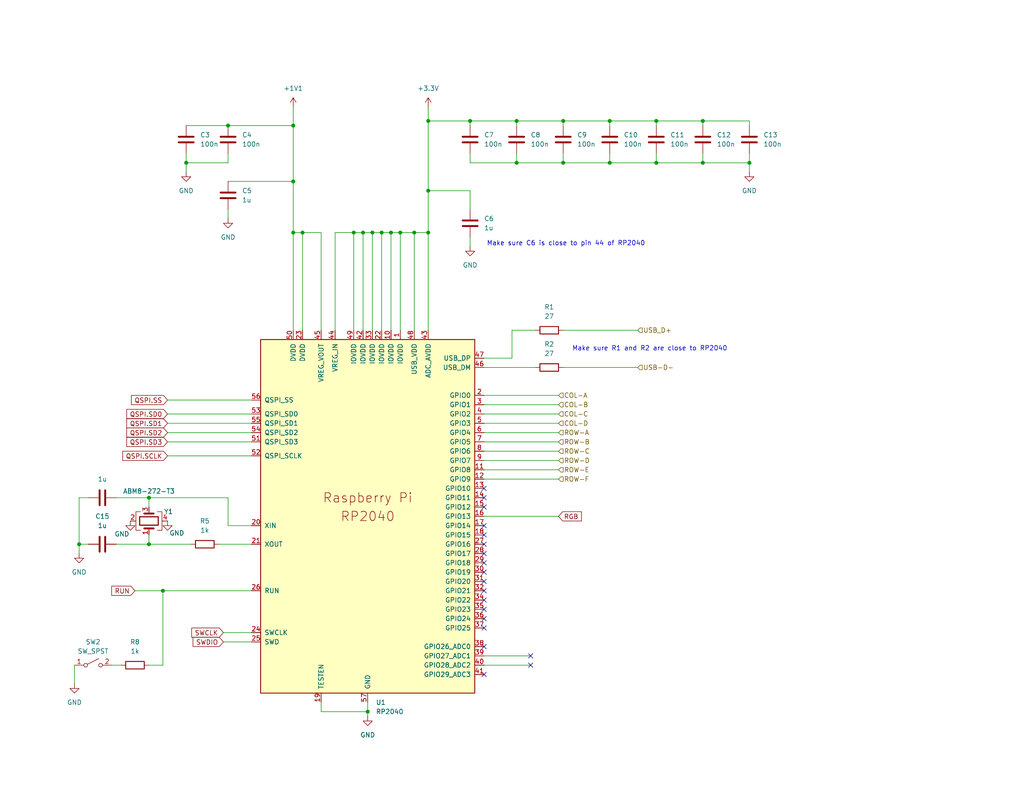
<source format=kicad_sch>
(kicad_sch (version 20231120) (generator "eeschema") (generator_version "8.0")
  (paper "A")
  (title_block (title "Jolt 2 - Left"))
  (lib_symbols
    (symbol "David Brown Keyboard Parts:RP2040" (pin_names (offset 1.016))
      (property "Reference" "U3" (at -27.94 49.53 0))
      (property "Value" "RP2040" (at 24.13 -50.8 0))
      (symbol "RP2040_0_0"
        (text "Raspberry Pi" (at 0 5.08 0) (effects (font (size 2.54 2.54))))
        (text "RP2040" (at 0 0 0) (effects (font (size 2.54 2.54))))
      )
      (symbol "RP2040_0_1"
        (rectangle (start 29.21 48.26) (end -29.21 -48.26) (stroke (width 0.254)) (fill (type background)))
      )
      (symbol "RP2040_1_1"
        (pin power_in line (at 8.89 50.8 270) (length 2.54) (name "IOVDD") (number "1"))
        (pin power_in line (at 6.35 50.8 270) (length 2.54) (name "IOVDD") (number "10"))
        (pin bidirectional line (at 31.75 12.7 180) (length 2.54) (name "GPIO8") (number "11"))
        (pin bidirectional line (at 31.75 10.16 180) (length 2.54) (name "GPIO9") (number "12"))
        (pin bidirectional line (at 31.75 7.62 180) (length 2.54) (name "GPIO10") (number "13"))
        (pin bidirectional line (at 31.75 5.08 180) (length 2.54) (name "GPIO11") (number "14"))
        (pin bidirectional line (at 31.75 2.54 180) (length 2.54) (name "GPIO12") (number "15"))
        (pin bidirectional line (at 31.75 0 180) (length 2.54) (name "GPIO13") (number "16"))
        (pin bidirectional line (at 31.75 -2.54 180) (length 2.54) (name "GPIO14") (number "17"))
        (pin bidirectional line (at 31.75 -5.08 180) (length 2.54) (name "GPIO15") (number "18"))
        (pin passive line (at -12.7 -50.8 90) (length 2.54) (name "TESTEN") (number "19"))
        (pin bidirectional line (at 31.75 33.02 180) (length 2.54) (name "GPIO0") (number "2"))
        (pin input line (at -31.75 -2.54 0) (length 2.54) (name "XIN") (number "20"))
        (pin passive line (at -31.75 -7.62 0) (length 2.54) (name "XOUT") (number "21"))
        (pin power_in line (at 3.81 50.8 270) (length 2.54) (name "IOVDD") (number "22"))
        (pin power_in line (at -17.78 50.8 270) (length 2.54) (name "DVDD") (number "23"))
        (pin input line (at -31.75 -31.75 0) (length 2.54) (name "SWCLK") (number "24"))
        (pin bidirectional line (at -31.75 -34.29 0) (length 2.54) (name "SWD") (number "25"))
        (pin input line (at -31.75 -20.32 0) (length 2.54) (name "RUN") (number "26"))
        (pin bidirectional line (at 31.75 -7.62 180) (length 2.54) (name "GPIO16") (number "27"))
        (pin bidirectional line (at 31.75 -10.16 180) (length 2.54) (name "GPIO17") (number "28"))
        (pin bidirectional line (at 31.75 -12.7 180) (length 2.54) (name "GPIO18") (number "29"))
        (pin bidirectional line (at 31.75 30.48 180) (length 2.54) (name "GPIO1") (number "3"))
        (pin bidirectional line (at 31.75 -15.24 180) (length 2.54) (name "GPIO19") (number "30"))
        (pin bidirectional line (at 31.75 -17.78 180) (length 2.54) (name "GPIO20") (number "31"))
        (pin bidirectional line (at 31.75 -20.32 180) (length 2.54) (name "GPIO21") (number "32"))
        (pin power_in line (at 1.27 50.8 270) (length 2.54) (name "IOVDD") (number "33"))
        (pin bidirectional line (at 31.75 -22.86 180) (length 2.54) (name "GPIO22") (number "34"))
        (pin bidirectional line (at 31.75 -25.4 180) (length 2.54) (name "GPIO23") (number "35"))
        (pin bidirectional line (at 31.75 -27.94 180) (length 2.54) (name "GPIO24") (number "36"))
        (pin bidirectional line (at 31.75 -30.48 180) (length 2.54) (name "GPIO25") (number "37"))
        (pin bidirectional line (at 31.75 -35.56 180) (length 2.54) (name "GPIO26_ADC0") (number "38"))
        (pin bidirectional line (at 31.75 -38.1 180) (length 2.54) (name "GPIO27_ADC1") (number "39"))
        (pin bidirectional line (at 31.75 27.94 180) (length 2.54) (name "GPIO2") (number "4"))
        (pin bidirectional line (at 31.75 -40.64 180) (length 2.54) (name "GPIO28_ADC2") (number "40"))
        (pin bidirectional line (at 31.75 -43.18 180) (length 2.54) (name "GPIO29_ADC3") (number "41"))
        (pin power_in line (at -1.27 50.8 270) (length 2.54) (name "IOVDD") (number "42"))
        (pin power_in line (at 16.51 50.8 270) (length 2.54) (name "ADC_AVDD") (number "43"))
        (pin power_in line (at -8.89 50.8 270) (length 2.54) (name "VREG_IN") (number "44"))
        (pin power_out line (at -12.7 50.8 270) (length 2.54) (name "VREG_VOUT") (number "45"))
        (pin bidirectional line (at 31.75 40.64 180) (length 2.54) (name "USB_DM") (number "46"))
        (pin bidirectional line (at 31.75 43.18 180) (length 2.54) (name "USB_DP") (number "47"))
        (pin power_in line (at 12.7 50.8 270) (length 2.54) (name "USB_VDD") (number "48"))
        (pin power_in line (at -3.81 50.8 270) (length 2.54) (name "IOVDD") (number "49"))
        (pin bidirectional line (at 31.75 25.4 180) (length 2.54) (name "GPIO3") (number "5"))
        (pin power_in line (at -20.32 50.8 270) (length 2.54) (name "DVDD") (number "50"))
        (pin bidirectional line (at -31.75 20.32 0) (length 2.54) (name "QSPI_SD3") (number "51"))
        (pin output line (at -31.75 16.51 0) (length 2.54) (name "QSPI_SCLK") (number "52"))
        (pin bidirectional line (at -31.75 27.94 0) (length 2.54) (name "QSPI_SD0") (number "53"))
        (pin bidirectional line (at -31.75 22.86 0) (length 2.54) (name "QSPI_SD2") (number "54"))
        (pin bidirectional line (at -31.75 25.4 0) (length 2.54) (name "QSPI_SD1") (number "55"))
        (pin bidirectional line (at -31.75 31.75 0) (length 2.54) (name "QSPI_SS") (number "56"))
        (pin power_in line (at 0 -50.8 90) (length 2.54) (name "GND") (number "57"))
        (pin bidirectional line (at 31.75 22.86 180) (length 2.54) (name "GPIO4") (number "6"))
        (pin bidirectional line (at 31.75 20.32 180) (length 2.54) (name "GPIO5") (number "7"))
        (pin bidirectional line (at 31.75 17.78 180) (length 2.54) (name "GPIO6") (number "8"))
        (pin bidirectional line (at 31.75 15.24 180) (length 2.54) (name "GPIO7") (number "9"))
      )
    )
    (symbol "Device:C" (pin_numbers hide) (pin_names (offset 0.254))
      (property "Reference" "C" (at 0.635 2.54 0))
      (property "Value" "C" (at 0.635 -2.54 0))
      (symbol "C_0_1"
        (polyline (pts (xy -2.032 -0.762) (xy 2.032 -0.762)) (stroke (width 0.508)))
        (polyline (pts (xy -2.032 0.762) (xy 2.032 0.762)) (stroke (width 0.508)))
      )
      (symbol "C_1_1"
        (pin passive line (at 0 3.81 270) (length 2.794) (name "~") (number "1"))
        (pin passive line (at 0 -3.81 90) (length 2.794) (name "~") (number "2"))
      )
    )
    (symbol "Device:Crystal_GND24" (pin_names (offset 1.016) hide)
      (property "Reference" "Y" (at 3.175 5.08 0))
      (property "Value" "Crystal_GND24" (at 3.175 3.175 0))
      (symbol "Crystal_GND24_0_1"
        (rectangle (start -1.143 2.54) (end 1.143 -2.54) (stroke (width 0.3048)))
        (polyline (pts (xy -2.54 0) (xy -2.032 0)))
        (polyline (pts (xy -2.032 -1.27) (xy -2.032 1.27)) (stroke (width 0.508)))
        (polyline (pts (xy 0 -3.81) (xy 0 -3.556)))
        (polyline (pts (xy 0 3.556) (xy 0 3.81)))
        (polyline (pts (xy 2.032 -1.27) (xy 2.032 1.27)) (stroke (width 0.508)))
        (polyline (pts (xy 2.032 0) (xy 2.54 0)))
        (polyline (pts (xy -2.54 -2.286) (xy -2.54 -3.556) (xy 2.54 -3.556) (xy 2.54 -2.286)))
        (polyline (pts (xy -2.54 2.286) (xy -2.54 3.556) (xy 2.54 3.556) (xy 2.54 2.286)))
      )
      (symbol "Crystal_GND24_1_1"
        (pin passive line (at -3.81 0 0) (length 1.27) (name "1") (number "1"))
        (pin passive line (at 0 5.08 270) (length 1.27) (name "2") (number "2"))
        (pin passive line (at 3.81 0 180) (length 1.27) (name "3") (number "3"))
        (pin passive line (at 0 -5.08 90) (length 1.27) (name "4") (number "4"))
      )
    )
    (symbol "Device:R" (pin_numbers hide) (pin_names (offset 0))
      (property "Reference" "R" (at 2.032 0 90))
      (property "Value" "R" (at 0 0 90))
      (symbol "R_0_1"
        (rectangle (start -1.016 -2.54) (end 1.016 2.54) (stroke (width 0.254)))
      )
      (symbol "R_1_1"
        (pin passive line (at 0 3.81 270) (length 1.27) (name "~") (number "1"))
        (pin passive line (at 0 -3.81 90) (length 1.27) (name "~") (number "2"))
      )
    )
    (symbol "Switch:SW_SPST" (pin_names (offset 0) hide)
      (property "Reference" "SW" (at 0 3.175 0))
      (property "Value" "SW_SPST" (at 0 -2.54 0))
      (symbol "SW_SPST_0_0"
        (circle (center -2.032 0) (radius 0.508))
        (polyline (pts (xy -1.524 0.254) (xy 1.524 1.778)))
        (circle (center 2.032 0) (radius 0.508))
      )
      (symbol "SW_SPST_1_1"
        (pin passive line (at -5.08 0 0) (length 2.54) (name "A") (number "1"))
        (pin passive line (at 5.08 0 180) (length 2.54) (name "B") (number "2"))
      )
    )
    (symbol "power:+1V1" (power) (pin_numbers hide) (pin_names (offset 0) hide)
      (property "Value" "+1V1" (at 0 3.556 0))
      (symbol "+1V1_0_1"
        (polyline (pts (xy -0.762 1.27) (xy 0 2.54)))
        (polyline (pts (xy 0 0) (xy 0 2.54)))
        (polyline (pts (xy 0 2.54) (xy 0.762 1.27)))
      )
      (symbol "+1V1_1_1"
        (pin power_in line (at 0 0 90) (length 0) (name "~") (number "1"))
      )
    )
    (symbol "power:+3.3V" (power) (pin_numbers hide) (pin_names (offset 0) hide)
      (property "Value" "+3.3V" (at 0 3.556 0))
      (symbol "+3.3V_0_1"
        (polyline (pts (xy -0.762 1.27) (xy 0 2.54)))
        (polyline (pts (xy 0 0) (xy 0 2.54)))
        (polyline (pts (xy 0 2.54) (xy 0.762 1.27)))
      )
      (symbol "+3.3V_1_1"
        (pin power_in line (at 0 0 90) (length 0) (name "~") (number "1"))
      )
    )
    (symbol "power:GND" (power) (pin_numbers hide) (pin_names (offset 0) hide)
      (property "Value" "GND" (at 0 -3.81 0))
      (symbol "GND_0_1"
        (polyline (pts (xy 0 0) (xy 0 -1.27) (xy 1.27 -1.27) (xy 0 -2.54) (xy -1.27 -1.27) (xy 0 -1.27)))
      )
      (symbol "GND_1_1"
        (pin power_in line (at 0 0 270) (length 0) (name "~") (number "1"))
      )
    )
  )
  (junction (at 166.37 44.45))
  (junction (at 101.6 63.5))
  (junction (at 116.84 63.5))
  (junction (at 99.06 63.5))
  (junction (at 204.47 44.45))
  (junction (at 153.67 44.45))
  (junction (at 40.64 148.59))
  (junction (at 179.07 33.02))
  (junction (at 80.01 63.5))
  (junction (at 109.22 63.5))
  (junction (at 104.14 63.5))
  (junction (at 106.68 63.5))
  (junction (at 116.84 33.02))
  (junction (at 21.59 148.59))
  (junction (at 50.8 44.45))
  (junction (at 96.52 63.5))
  (junction (at 100.33 194.31))
  (junction (at 80.01 34.29))
  (junction (at 179.07 44.45))
  (junction (at 191.77 44.45))
  (junction (at 116.84 52.07))
  (junction (at 153.67 33.02))
  (junction (at 80.01 49.53))
  (junction (at 113.03 63.5))
  (junction (at 40.64 135.89))
  (junction (at 166.37 33.02))
  (junction (at 44.45 161.29))
  (junction (at 128.27 33.02))
  (junction (at 82.55 63.5))
  (junction (at 140.97 33.02))
  (junction (at 140.97 44.45))
  (junction (at 191.77 33.02))
  (junction (at 62.23 34.29))
  (no_connect (at 144.78 179.07))
  (no_connect (at 132.08 161.29))
  (no_connect (at 132.08 146.05))
  (no_connect (at 132.08 166.37))
  (no_connect (at 132.08 151.13))
  (no_connect (at 132.08 143.51))
  (no_connect (at 144.78 181.61))
  (no_connect (at 132.08 163.83))
  (no_connect (at 132.08 158.75))
  (no_connect (at 132.08 133.35))
  (no_connect (at 132.08 168.91))
  (no_connect (at 132.08 171.45))
  (no_connect (at 132.08 135.89))
  (no_connect (at 132.08 176.53))
  (no_connect (at 132.08 156.21))
  (no_connect (at 132.08 184.15))
  (no_connect (at 132.08 138.43))
  (no_connect (at 132.08 148.59))
  (no_connect (at 132.08 153.67))
  (wire (pts (xy 109.22 63.5) (xy 113.03 63.5)))
  (wire (pts (xy 179.07 44.45) (xy 191.77 44.45)))
  (wire (pts (xy 132.08 125.73) (xy 152.4 125.73)))
  (wire (pts (xy 50.8 44.45) (xy 50.8 46.99)))
  (wire (pts (xy 87.63 191.77) (xy 87.63 194.31)))
  (wire (pts (xy 132.08 100.33) (xy 146.05 100.33)))
  (wire (pts (xy 40.64 135.89) (xy 40.64 138.43)))
  (wire (pts (xy 113.03 90.17) (xy 113.03 63.5)))
  (wire (pts (xy 80.01 49.53) (xy 80.01 63.5)))
  (wire (pts (xy 132.08 115.57) (xy 152.4 115.57)))
  (wire (pts (xy 179.07 33.02) (xy 179.07 34.29)))
  (wire (pts (xy 80.01 29.21) (xy 80.01 34.29)))
  (wire (pts (xy 62.23 143.51) (xy 68.58 143.51)))
  (wire (pts (xy 128.27 44.45) (xy 140.97 44.45)))
  (wire (pts (xy 191.77 44.45) (xy 204.47 44.45)))
  (wire (pts (xy 62.23 44.45) (xy 50.8 44.45)))
  (wire (pts (xy 20.32 181.61) (xy 20.32 186.69)))
  (wire (pts (xy 140.97 41.91) (xy 140.97 44.45)))
  (wire (pts (xy 132.08 113.03) (xy 152.4 113.03)))
  (wire (pts (xy 166.37 41.91) (xy 166.37 44.45)))
  (wire (pts (xy 132.08 97.79) (xy 139.7 97.79)))
  (wire (pts (xy 113.03 63.5) (xy 116.84 63.5)))
  (wire (pts (xy 99.06 63.5) (xy 99.06 90.17)))
  (wire (pts (xy 204.47 44.45) (xy 204.47 46.99)))
  (wire (pts (xy 128.27 57.15) (xy 128.27 52.07)))
  (wire (pts (xy 116.84 52.07) (xy 116.84 63.5)))
  (wire (pts (xy 45.72 113.03) (xy 68.58 113.03)))
  (wire (pts (xy 153.67 90.17) (xy 173.99 90.17)))
  (wire (pts (xy 101.6 63.5) (xy 101.6 90.17)))
  (wire (pts (xy 153.67 33.02) (xy 153.67 34.29)))
  (wire (pts (xy 87.63 90.17) (xy 87.63 63.5)))
  (wire (pts (xy 91.44 90.17) (xy 91.44 63.5)))
  (wire (pts (xy 166.37 44.45) (xy 179.07 44.45)))
  (wire (pts (xy 40.64 135.89) (xy 62.23 135.89)))
  (wire (pts (xy 44.45 161.29) (xy 68.58 161.29)))
  (wire (pts (xy 132.08 130.81) (xy 152.4 130.81)))
  (wire (pts (xy 132.08 181.61) (xy 144.78 181.61)))
  (wire (pts (xy 132.08 107.95) (xy 152.4 107.95)))
  (wire (pts (xy 31.75 148.59) (xy 40.64 148.59)))
  (wire (pts (xy 62.23 57.15) (xy 62.23 59.69)))
  (wire (pts (xy 116.84 33.02) (xy 128.27 33.02)))
  (wire (pts (xy 62.23 135.89) (xy 62.23 143.51)))
  (wire (pts (xy 21.59 148.59) (xy 21.59 135.89)))
  (wire (pts (xy 140.97 33.02) (xy 140.97 34.29)))
  (wire (pts (xy 45.72 120.65) (xy 68.58 120.65)))
  (wire (pts (xy 139.7 97.79) (xy 139.7 90.17)))
  (wire (pts (xy 132.08 110.49) (xy 152.4 110.49)))
  (wire (pts (xy 50.8 41.91) (xy 50.8 44.45)))
  (wire (pts (xy 21.59 151.13) (xy 21.59 148.59)))
  (wire (pts (xy 101.6 63.5) (xy 104.14 63.5)))
  (wire (pts (xy 21.59 148.59) (xy 24.13 148.59)))
  (wire (pts (xy 153.67 100.33) (xy 173.99 100.33)))
  (wire (pts (xy 191.77 41.91) (xy 191.77 44.45)))
  (wire (pts (xy 87.63 63.5) (xy 82.55 63.5)))
  (wire (pts (xy 60.96 175.26) (xy 68.58 175.26)))
  (wire (pts (xy 109.22 90.17) (xy 109.22 63.5)))
  (wire (pts (xy 96.52 90.17) (xy 96.52 63.5)))
  (wire (pts (xy 45.72 118.11) (xy 68.58 118.11)))
  (wire (pts (xy 36.83 161.29) (xy 44.45 161.29)))
  (wire (pts (xy 62.23 49.53) (xy 80.01 49.53)))
  (wire (pts (xy 40.64 148.59) (xy 52.07 148.59)))
  (wire (pts (xy 106.68 63.5) (xy 109.22 63.5)))
  (wire (pts (xy 91.44 63.5) (xy 96.52 63.5)))
  (wire (pts (xy 96.52 63.5) (xy 99.06 63.5)))
  (wire (pts (xy 80.01 63.5) (xy 80.01 90.17)))
  (wire (pts (xy 139.7 90.17) (xy 146.05 90.17)))
  (wire (pts (xy 100.33 194.31) (xy 100.33 195.58)))
  (wire (pts (xy 116.84 29.21) (xy 116.84 33.02)))
  (wire (pts (xy 153.67 44.45) (xy 166.37 44.45)))
  (wire (pts (xy 50.8 34.29) (xy 62.23 34.29)))
  (wire (pts (xy 153.67 41.91) (xy 153.67 44.45)))
  (wire (pts (xy 132.08 128.27) (xy 152.4 128.27)))
  (wire (pts (xy 153.67 33.02) (xy 166.37 33.02)))
  (wire (pts (xy 128.27 64.77) (xy 128.27 67.31)))
  (wire (pts (xy 132.08 123.19) (xy 152.4 123.19)))
  (wire (pts (xy 45.72 115.57) (xy 68.58 115.57)))
  (wire (pts (xy 31.75 135.89) (xy 40.64 135.89)))
  (wire (pts (xy 59.69 148.59) (xy 68.58 148.59)))
  (wire (pts (xy 60.96 172.72) (xy 68.58 172.72)))
  (wire (pts (xy 106.68 63.5) (xy 106.68 90.17)))
  (wire (pts (xy 128.27 52.07) (xy 116.84 52.07)))
  (wire (pts (xy 128.27 33.02) (xy 140.97 33.02)))
  (wire (pts (xy 44.45 181.61) (xy 44.45 161.29)))
  (wire (pts (xy 132.08 120.65) (xy 152.4 120.65)))
  (wire (pts (xy 104.14 63.5) (xy 106.68 63.5)))
  (wire (pts (xy 204.47 33.02) (xy 204.47 34.29)))
  (wire (pts (xy 82.55 63.5) (xy 80.01 63.5)))
  (wire (pts (xy 82.55 90.17) (xy 82.55 63.5)))
  (wire (pts (xy 132.08 118.11) (xy 152.4 118.11)))
  (wire (pts (xy 191.77 33.02) (xy 191.77 34.29)))
  (wire (pts (xy 191.77 33.02) (xy 204.47 33.02)))
  (wire (pts (xy 116.84 33.02) (xy 116.84 52.07)))
  (wire (pts (xy 80.01 34.29) (xy 80.01 49.53)))
  (wire (pts (xy 30.48 181.61) (xy 33.02 181.61)))
  (wire (pts (xy 140.97 33.02) (xy 153.67 33.02)))
  (wire (pts (xy 99.06 63.5) (xy 101.6 63.5)))
  (wire (pts (xy 45.72 109.22) (xy 68.58 109.22)))
  (wire (pts (xy 179.07 41.91) (xy 179.07 44.45)))
  (wire (pts (xy 62.23 41.91) (xy 62.23 44.45)))
  (wire (pts (xy 204.47 41.91) (xy 204.47 44.45)))
  (wire (pts (xy 179.07 33.02) (xy 191.77 33.02)))
  (wire (pts (xy 104.14 63.5) (xy 104.14 90.17)))
  (wire (pts (xy 116.84 63.5) (xy 116.84 90.17)))
  (wire (pts (xy 128.27 33.02) (xy 128.27 34.29)))
  (wire (pts (xy 100.33 191.77) (xy 100.33 194.31)))
  (wire (pts (xy 21.59 135.89) (xy 24.13 135.89)))
  (wire (pts (xy 80.01 34.29) (xy 62.23 34.29)))
  (wire (pts (xy 45.72 124.46) (xy 68.58 124.46)))
  (wire (pts (xy 40.64 146.05) (xy 40.64 148.59)))
  (wire (pts (xy 87.63 194.31) (xy 100.33 194.31)))
  (wire (pts (xy 40.64 181.61) (xy 44.45 181.61)))
  (wire (pts (xy 166.37 33.02) (xy 179.07 33.02)))
  (wire (pts (xy 140.97 44.45) (xy 153.67 44.45)))
  (wire (pts (xy 128.27 41.91) (xy 128.27 44.45)))
  (wire (pts (xy 132.08 179.07) (xy 144.78 179.07)))
  (wire (pts (xy 132.08 140.97) (xy 152.4 140.97)))
  (wire (pts (xy 166.37 33.02) (xy 166.37 34.29)))
  (text "Make sure R1 and R2 are close to RP2040" (at 177.292 95.25 0) (effects (font (size 1.27 1.27))))
  (text "Make sure C6 is close to pin 44 of RP2040" (at 154.432 66.548 0) (effects (font (size 1.27 1.27))))
  (global_label "QSPI.SD0" (shape input) (at 45.72 113.03 180) (property "Intersheetrefs" "${INTERSHEET_REFS}" (effects (hide yes))))
  (global_label "QSPI.SD3" (shape input) (at 45.72 120.65 180) (property "Intersheetrefs" "${INTERSHEET_REFS}" (effects (hide yes))))
  (global_label "SWDIO" (shape input) (at 60.96 175.26 180) (property "Intersheetrefs" "${INTERSHEET_REFS}" (effects (hide yes))))
  (global_label "QSPI.SS" (shape input) (at 45.72 109.22 180) (property "Intersheetrefs" "${INTERSHEET_REFS}" (effects (hide yes))))
  (global_label "RGB" (shape input) (at 152.4 140.97 0) (property "Intersheetrefs" "${INTERSHEET_REFS}" (effects (hide yes))))
  (global_label "SWCLK" (shape input) (at 60.96 172.72 180) (property "Intersheetrefs" "${INTERSHEET_REFS}" (effects (hide yes))))
  (global_label "QSPI.SD2" (shape input) (at 45.72 118.11 180) (property "Intersheetrefs" "${INTERSHEET_REFS}" (effects (hide yes))))
  (global_label "QSPI.SD1" (shape input) (at 45.72 115.57 180) (property "Intersheetrefs" "${INTERSHEET_REFS}" (effects (hide yes))))
  (global_label "QSPI.SCLK" (shape input) (at 45.72 124.46 180) (property "Intersheetrefs" "${INTERSHEET_REFS}" (effects (hide yes))))
  (global_label "RUN" (shape input) (at 36.83 161.29 180) (property "Intersheetrefs" "${INTERSHEET_REFS}" (effects (hide yes))))
  (hierarchical_label "USB-D-" (shape input) (at 173.99 100.33 0))
  (hierarchical_label "ROW-F" (shape input) (at 152.4 130.81 0))
  (hierarchical_label "ROW-E" (shape input) (at 152.4 128.27 0))
  (hierarchical_label "ROW-C" (shape input) (at 152.4 123.19 0))
  (hierarchical_label "ROW-D" (shape input) (at 152.4 125.73 0))
  (hierarchical_label "COL-C" (shape input) (at 152.4 113.03 0))
  (hierarchical_label "COL-B" (shape input) (at 152.4 110.49 0))
  (hierarchical_label "ROW-B" (shape input) (at 152.4 120.65 0))
  (hierarchical_label "COL-A" (shape input) (at 152.4 107.95 0))
  (hierarchical_label "ROW-A" (shape input) (at 152.4 118.11 0))
  (hierarchical_label "COL-D" (shape input) (at 152.4 115.57 0))
  (hierarchical_label "USB_D+" (shape input) (at 173.99 90.17 0))
  (symbol (lib_id "Device:C") (at 153.67 38.1 0) (unit 1)
    (property "Reference" "C9" (at 157.48 36.8299 0) (effects (justify left)))
    (property "Value" "100n" (at 157.48 39.3699 0) (effects (justify left)))
    (property "Footprint" "Capacitor_SMD:C_0603_1608Metric" (effects (hide yes)))
    (property "Description" "Unpolarized capacitor" (effects (hide yes)))
  )
  (symbol (lib_id "power:GND") (at 20.32 186.69 0) (unit 1)
    (property "Reference" "#PWR022" (effects (hide yes)))
    (property "Value" "GND" (at 20.32 191.77 0))
    (property "Description" "Power symbol creates a global label with name \"GND\" , ground" (effects (hide yes)))
  )
  (symbol (lib_id "Device:C") (at 62.23 38.1 0) (unit 1)
    (property "Reference" "C4" (at 66.04 36.8299 0) (effects (justify left)))
    (property "Value" "100n" (at 66.04 39.3699 0) (effects (justify left)))
    (property "Footprint" "Capacitor_SMD:C_0603_1608Metric" (effects (hide yes)))
    (property "Description" "Unpolarized capacitor" (effects (hide yes)))
  )
  (symbol (lib_id "Device:C") (at 62.23 53.34 0) (unit 1)
    (property "Reference" "C5" (at 66.04 52.0699 0) (effects (justify left)))
    (property "Value" "1u" (at 66.04 54.6099 0) (effects (justify left)))
    (property "Footprint" "Capacitor_SMD:C_0603_1608Metric" (effects (hide yes)))
    (property "Description" "Unpolarized capacitor" (effects (hide yes)))
  )
  (symbol (lib_id "Device:C") (at 128.27 38.1 0) (unit 1)
    (property "Reference" "C7" (at 132.08 36.8299 0) (effects (justify left)))
    (property "Value" "100n" (at 132.08 39.3699 0) (effects (justify left)))
    (property "Footprint" "Capacitor_SMD:C_0603_1608Metric" (effects (hide yes)))
    (property "Description" "Unpolarized capacitor" (effects (hide yes)))
  )
  (symbol (lib_id "Switch:SW_SPST") (at 25.4 181.61 0) (unit 1)
    (property "Reference" "SW2" (at 25.4 175.26 0))
    (property "Value" "SW_SPST" (at 25.4 177.8 0))
    (property "Footprint" "Button_Switch_SMD:SW_Push_1P1T_NO_CK_KMR2" (effects (hide yes)))
    (property "Description" "Single Pole Single Throw (SPST) switch" (effects (hide yes)))
  )
  (symbol (lib_id "Device:C") (at 50.8 38.1 0) (unit 1)
    (property "Reference" "C3" (at 54.61 36.8299 0) (effects (justify left)))
    (property "Value" "100n" (at 54.61 39.3699 0) (effects (justify left)))
    (property "Footprint" "Capacitor_SMD:C_0603_1608Metric" (effects (hide yes)))
    (property "Description" "Unpolarized capacitor" (effects (hide yes)))
  )
  (symbol (lib_id "power:GND") (at 100.33 195.58 0) (unit 1)
    (property "Reference" "#PWR021" (effects (hide yes)))
    (property "Value" "GND" (at 100.33 200.66 0))
    (property "Description" "Power symbol creates a global label with name \"GND\" , ground" (effects (hide yes)))
  )
  (symbol (lib_id "David Brown Keyboard Parts:RP2040") (at 100.33 140.97 0) (unit 1)
    (property "Reference" "U1" (at 102.5241 191.77 0) (effects (justify left)))
    (property "Value" "RP2040" (at 102.5241 194.31 0) (effects (justify left)))
    (property "Footprint" "davidb-keyboard-foot:RP2040-QFN-56" (effects (hide yes)))
  )
  (symbol (lib_id "Device:R") (at 149.86 100.33 90) (unit 1)
    (property "Reference" "R2" (at 149.86 93.98 90))
    (property "Value" "27" (at 149.86 96.52 90))
    (property "Footprint" "Resistor_SMD:R_0603_1608Metric" (effects (hide yes)))
    (property "Description" "Resistor" (effects (hide yes)))
  )
  (symbol (lib_id "Device:C") (at 179.07 38.1 0) (unit 1)
    (property "Reference" "C11" (at 182.88 36.8299 0) (effects (justify left)))
    (property "Value" "100n" (at 182.88 39.3699 0) (effects (justify left)))
    (property "Footprint" "Capacitor_SMD:C_0603_1608Metric" (effects (hide yes)))
    (property "Description" "Unpolarized capacitor" (effects (hide yes)))
  )
  (symbol (lib_id "Device:C") (at 27.94 135.89 90) (unit 1)
    (property "Reference" "C14" (effects (hide yes)))
    (property "Value" "1u" (at 27.94 130.81 90))
    (property "Footprint" "Capacitor_SMD:C_0603_1608Metric" (effects (hide yes)))
    (property "Description" "Unpolarized capacitor" (effects (hide yes)))
  )
  (symbol (lib_id "power:GND") (at 21.59 151.13 0) (unit 1)
    (property "Reference" "#PWR013" (effects (hide yes)))
    (property "Value" "GND" (at 21.59 156.21 0))
    (property "Description" "Power symbol creates a global label with name \"GND\" , ground" (effects (hide yes)))
  )
  (symbol (lib_id "Device:C") (at 128.27 60.96 0) (unit 1)
    (property "Reference" "C6" (at 132.08 59.6899 0) (effects (justify left)))
    (property "Value" "1u" (at 132.08 62.2299 0) (effects (justify left)))
    (property "Footprint" "Capacitor_SMD:C_0603_1608Metric" (effects (hide yes)))
    (property "Description" "Unpolarized capacitor" (effects (hide yes)))
  )
  (symbol (lib_id "power:GND") (at 50.8 46.99 0) (unit 1)
    (property "Reference" "#PWR09" (effects (hide yes)))
    (property "Value" "GND" (at 50.8 52.07 0))
    (property "Description" "Power symbol creates a global label with name \"GND\" , ground" (effects (hide yes)))
  )
  (symbol (lib_id "Device:C") (at 204.47 38.1 0) (unit 1)
    (property "Reference" "C13" (at 208.28 36.8299 0) (effects (justify left)))
    (property "Value" "100n" (at 208.28 39.3699 0) (effects (justify left)))
    (property "Footprint" "Capacitor_SMD:C_0603_1608Metric" (effects (hide yes)))
    (property "Description" "Unpolarized capacitor" (effects (hide yes)))
  )
  (symbol (lib_id "Device:C") (at 166.37 38.1 0) (unit 1)
    (property "Reference" "C10" (at 170.18 36.8299 0) (effects (justify left)))
    (property "Value" "100n" (at 170.18 39.3699 0) (effects (justify left)))
    (property "Footprint" "Capacitor_SMD:C_0603_1608Metric" (effects (hide yes)))
    (property "Description" "Unpolarized capacitor" (effects (hide yes)))
  )
  (symbol (lib_id "Device:R") (at 55.88 148.59 90) (unit 1)
    (property "Reference" "R5" (at 55.88 142.24 90))
    (property "Value" "1k" (at 55.88 144.78 90))
    (property "Footprint" "Resistor_SMD:R_0603_1608Metric" (effects (hide yes)))
    (property "Description" "Resistor" (effects (hide yes)))
  )
  (symbol (lib_id "Device:R") (at 149.86 90.17 90) (unit 1)
    (property "Reference" "R1" (at 149.86 83.82 90))
    (property "Value" "27" (at 149.86 86.36 90))
    (property "Footprint" "Resistor_SMD:R_0603_1608Metric" (effects (hide yes)))
    (property "Description" "Resistor" (effects (hide yes)))
  )
  (symbol (lib_id "power:GND") (at 35.56 142.24 0) (unit 1)
    (property "Reference" "#PWR014" (effects (hide yes)))
    (property "Value" "GND" (at 33.274 145.796 0))
    (property "Description" "Power symbol creates a global label with name \"GND\" , ground" (effects (hide yes)))
  )
  (symbol (lib_id "Device:C") (at 140.97 38.1 0) (unit 1)
    (property "Reference" "C8" (at 144.78 36.8299 0) (effects (justify left)))
    (property "Value" "100n" (at 144.78 39.3699 0) (effects (justify left)))
    (property "Footprint" "Capacitor_SMD:C_0603_1608Metric" (effects (hide yes)))
    (property "Description" "Unpolarized capacitor" (effects (hide yes)))
  )
  (symbol (lib_id "power:GND") (at 204.47 46.99 0) (unit 1)
    (property "Reference" "#PWR07" (effects (hide yes)))
    (property "Value" "GND" (at 204.47 52.07 0))
    (property "Description" "Power symbol creates a global label with name \"GND\" , ground" (effects (hide yes)))
  )
  (symbol (lib_id "power:GND") (at 62.23 59.69 0) (unit 1)
    (property "Reference" "#PWR010" (effects (hide yes)))
    (property "Value" "GND" (at 62.23 64.77 0))
    (property "Description" "Power symbol creates a global label with name \"GND\" , ground" (effects (hide yes)))
  )
  (symbol (lib_id "Device:R") (at 36.83 181.61 270) (unit 1)
    (property "Reference" "R8" (at 36.83 175.26 90))
    (property "Value" "1k" (at 36.83 177.8 90))
    (property "Footprint" "Resistor_SMD:R_0603_1608Metric" (effects (hide yes)))
    (property "Description" "Resistor" (effects (hide yes)))
  )
  (symbol (lib_id "power:GND") (at 45.72 142.24 0) (unit 1)
    (property "Reference" "#PWR015" (effects (hide yes)))
    (property "Value" "GND" (at 48.26 145.542 0))
    (property "Description" "Power symbol creates a global label with name \"GND\" , ground" (effects (hide yes)))
  )
  (symbol (lib_id "Device:C") (at 191.77 38.1 0) (unit 1)
    (property "Reference" "C12" (at 195.58 36.8299 0) (effects (justify left)))
    (property "Value" "100n" (at 195.58 39.3699 0) (effects (justify left)))
    (property "Footprint" "Capacitor_SMD:C_0603_1608Metric" (effects (hide yes)))
    (property "Description" "Unpolarized capacitor" (effects (hide yes)))
  )
  (symbol (lib_id "power:+3.3V") (at 116.84 29.21 0) (unit 1)
    (property "Reference" "#PWR012" (effects (hide yes)))
    (property "Value" "+3.3V" (at 116.84 24.13 0))
    (property "Description" "Power symbol creates a global label with name \"+3.3V\"" (effects (hide yes)))
  )
  (symbol (lib_id "power:GND") (at 128.27 67.31 0) (unit 1)
    (property "Reference" "#PWR08" (effects (hide yes)))
    (property "Value" "GND" (at 128.27 72.39 0))
    (property "Description" "Power symbol creates a global label with name \"GND\" , ground" (effects (hide yes)))
  )
  (symbol (lib_id "power:+1V1") (at 80.01 29.21 0) (unit 1)
    (property "Reference" "#PWR011" (effects (hide yes)))
    (property "Value" "+1V1" (at 80.01 24.13 0))
    (property "Description" "Power symbol creates a global label with name \"+1V1\"" (effects (hide yes)))
  )
  (symbol (lib_id "Device:Crystal_GND24") (at 40.64 142.24 90) (unit 1)
    (property "Reference" "Y1" (at 45.974 139.7 90))
    (property "Value" "ABM8-272-T3" (at 40.64 134.112 90))
    (property "Footprint" "Crystal:Crystal_SMD_Abracon_ABM8G-4Pin_3.2x2.5mm" (effects (hide yes)))
    (property "Description" "Four pin crystal, GND on pins 2 and 4" (effects (hide yes)))
  )
  (symbol (lib_id "Device:C") (at 27.94 148.59 90) (unit 1)
    (property "Reference" "C15" (at 27.94 140.97 90))
    (property "Value" "1u" (at 27.94 143.51 90))
    (property "Footprint" "Capacitor_SMD:C_0603_1608Metric" (effects (hide yes)))
    (property "Description" "Unpolarized capacitor" (effects (hide yes)))
  )
)
</source>
